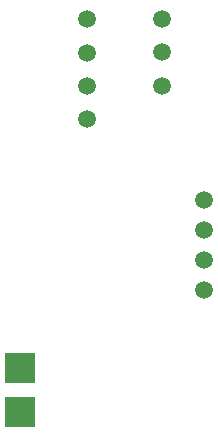
<source format=gbr>
G04 #@! TF.GenerationSoftware,KiCad,Pcbnew,(5.0.0)*
G04 #@! TF.CreationDate,2019-07-27T01:42:12+02:00*
G04 #@! TF.ProjectId,v3,76332E6B696361645F70636200000000,rev?*
G04 #@! TF.SameCoordinates,Original*
G04 #@! TF.FileFunction,Soldermask,Bot*
G04 #@! TF.FilePolarity,Negative*
%FSLAX46Y46*%
G04 Gerber Fmt 4.6, Leading zero omitted, Abs format (unit mm)*
G04 Created by KiCad (PCBNEW (5.0.0)) date 07/27/19 01:42:12*
%MOMM*%
%LPD*%
G01*
G04 APERTURE LIST*
%ADD10C,1.500000*%
%ADD11R,2.500000X2.500000*%
G04 APERTURE END LIST*
D10*
G04 #@! TO.C,J7*
X155702000Y-72136000D03*
G04 #@! TD*
G04 #@! TO.C,J8*
X155702000Y-69596000D03*
G04 #@! TD*
G04 #@! TO.C,J9*
X155702000Y-74676000D03*
G04 #@! TD*
G04 #@! TO.C,J10*
X155702000Y-77216000D03*
G04 #@! TD*
G04 #@! TO.C,IO1*
X145796000Y-57150000D03*
G04 #@! TD*
G04 #@! TO.C,IO2*
X145796000Y-59944000D03*
G04 #@! TD*
G04 #@! TO.C,IO3*
X145796000Y-54229000D03*
G04 #@! TD*
D11*
G04 #@! TO.C,+*
X140081000Y-83820000D03*
G04 #@! TD*
D10*
G04 #@! TO.C,J2*
X145796000Y-62738000D03*
G04 #@! TD*
G04 #@! TO.C,J3*
X152146000Y-59944000D03*
G04 #@! TD*
G04 #@! TO.C,J4*
X152146000Y-57023000D03*
G04 #@! TD*
G04 #@! TO.C,J5*
X152146000Y-54229000D03*
G04 #@! TD*
D11*
G04 #@! TO.C,J6*
X140081000Y-87503000D03*
G04 #@! TD*
M02*

</source>
